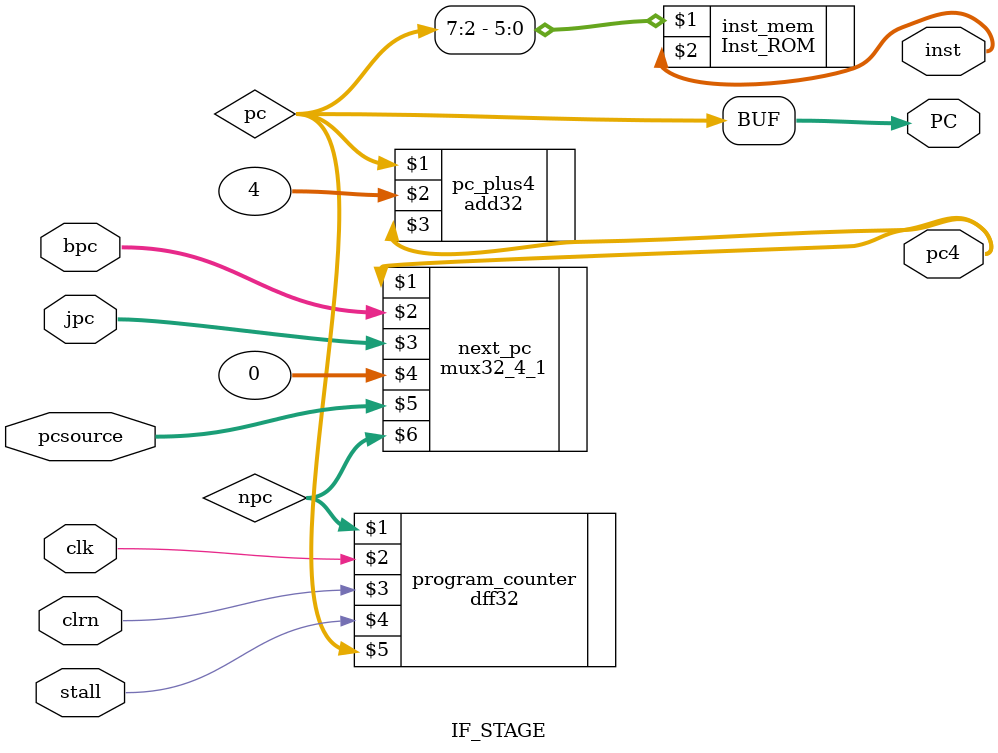
<source format=v>
`timescale 1ns / 1ps
module IF_STAGE(clk,clrn,pcsource,bpc,jpc,stall,pc4,inst, PC
    );
	 input clk, clrn;
	 input [31:0] bpc,jpc;
	 input [1:0] pcsource;
	 input stall;
	 
	 output [31:0] pc4,inst;
	 output [31:0] PC;
	 
	 wire [31:0] pc;		
	 wire [31:0] npc;		//ÏÂÒ»ÌõÖ¸ÁîµØÖ·
	 
 	 dff32 program_counter(npc,clk,clrn,stall,pc);   //ÀûÓÃ32Î»µÄD´¥·¢Æ÷ÊµÏÖPC
	 add32 pc_plus4(pc,32'h4,pc4);//32Î»¼Ó·¨Æ÷£¬ÓÃÀ´¼ÆËãPC+4
	 mux32_4_1 next_pc(pc4,bpc,jpc,32'b0,pcsource,npc);//¸ù¾ÝpcsourceÐÅºÅÑ¡ÔñÏÂÒ»ÌõÖ¸ÁîµÄµØÖ·
	 Inst_ROM inst_mem(pc[7:2],inst); //Ö¸Áî´æ´¢Æ÷
	 
	 assign PC=pc;
	 
endmodule

</source>
